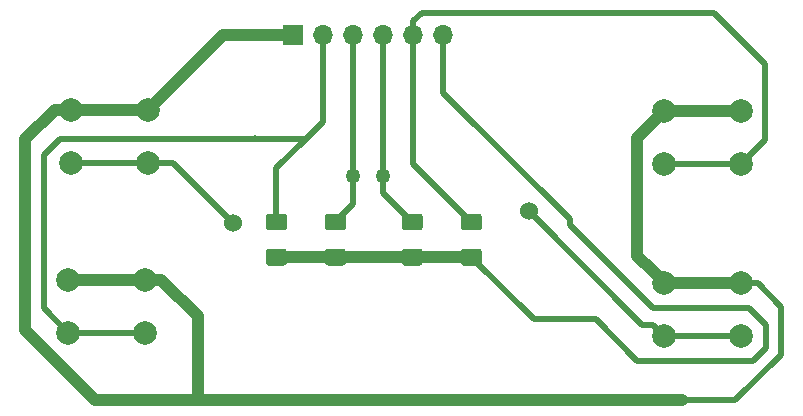
<source format=gbr>
G04 #@! TF.GenerationSoftware,KiCad,Pcbnew,5.0.0-fee4fd1~65~ubuntu18.04.1*
G04 #@! TF.CreationDate,2018-08-28T14:23:08-07:00*
G04 #@! TF.ProjectId,sumo_tank_control,73756D6F5F74616E6B5F636F6E74726F,rev?*
G04 #@! TF.SameCoordinates,Original*
G04 #@! TF.FileFunction,Copper,L1,Top,Signal*
G04 #@! TF.FilePolarity,Positive*
%FSLAX46Y46*%
G04 Gerber Fmt 4.6, Leading zero omitted, Abs format (unit mm)*
G04 Created by KiCad (PCBNEW 5.0.0-fee4fd1~65~ubuntu18.04.1) date Tue Aug 28 14:23:08 2018*
%MOMM*%
%LPD*%
G01*
G04 APERTURE LIST*
G04 #@! TA.AperFunction,ComponentPad*
%ADD10R,1.700000X1.700000*%
G04 #@! TD*
G04 #@! TA.AperFunction,ComponentPad*
%ADD11O,1.700000X1.700000*%
G04 #@! TD*
G04 #@! TA.AperFunction,Conductor*
%ADD12C,0.100000*%
G04 #@! TD*
G04 #@! TA.AperFunction,SMDPad,CuDef*
%ADD13C,1.425000*%
G04 #@! TD*
G04 #@! TA.AperFunction,ComponentPad*
%ADD14C,2.000000*%
G04 #@! TD*
G04 #@! TA.AperFunction,ViaPad*
%ADD15C,1.524000*%
G04 #@! TD*
G04 #@! TA.AperFunction,ViaPad*
%ADD16C,1.270000*%
G04 #@! TD*
G04 #@! TA.AperFunction,Conductor*
%ADD17C,1.000000*%
G04 #@! TD*
G04 #@! TA.AperFunction,Conductor*
%ADD18C,0.508000*%
G04 #@! TD*
G04 APERTURE END LIST*
D10*
G04 #@! TO.P,J1,1*
G04 #@! TO.N,GND*
X125080000Y-41100000D03*
D11*
G04 #@! TO.P,J1,2*
G04 #@! TO.N,/GPIO_3*
X127620000Y-41100000D03*
G04 #@! TO.P,J1,3*
G04 #@! TO.N,/GPIO_2*
X130160000Y-41100000D03*
G04 #@! TO.P,J1,4*
G04 #@! TO.N,/GPIO_1*
X132700000Y-41100000D03*
G04 #@! TO.P,J1,5*
G04 #@! TO.N,/GPIO_0*
X135240000Y-41100000D03*
G04 #@! TO.P,J1,6*
G04 #@! TO.N,+3V3*
X137780000Y-41100000D03*
G04 #@! TD*
D12*
G04 #@! TO.N,+3V3*
G04 #@! TO.C,R1*
G36*
X140799504Y-59176204D02*
X140823773Y-59179804D01*
X140847571Y-59185765D01*
X140870671Y-59194030D01*
X140892849Y-59204520D01*
X140913893Y-59217133D01*
X140933598Y-59231747D01*
X140951777Y-59248223D01*
X140968253Y-59266402D01*
X140982867Y-59286107D01*
X140995480Y-59307151D01*
X141005970Y-59329329D01*
X141014235Y-59352429D01*
X141020196Y-59376227D01*
X141023796Y-59400496D01*
X141025000Y-59425000D01*
X141025000Y-60350000D01*
X141023796Y-60374504D01*
X141020196Y-60398773D01*
X141014235Y-60422571D01*
X141005970Y-60445671D01*
X140995480Y-60467849D01*
X140982867Y-60488893D01*
X140968253Y-60508598D01*
X140951777Y-60526777D01*
X140933598Y-60543253D01*
X140913893Y-60557867D01*
X140892849Y-60570480D01*
X140870671Y-60580970D01*
X140847571Y-60589235D01*
X140823773Y-60595196D01*
X140799504Y-60598796D01*
X140775000Y-60600000D01*
X139525000Y-60600000D01*
X139500496Y-60598796D01*
X139476227Y-60595196D01*
X139452429Y-60589235D01*
X139429329Y-60580970D01*
X139407151Y-60570480D01*
X139386107Y-60557867D01*
X139366402Y-60543253D01*
X139348223Y-60526777D01*
X139331747Y-60508598D01*
X139317133Y-60488893D01*
X139304520Y-60467849D01*
X139294030Y-60445671D01*
X139285765Y-60422571D01*
X139279804Y-60398773D01*
X139276204Y-60374504D01*
X139275000Y-60350000D01*
X139275000Y-59425000D01*
X139276204Y-59400496D01*
X139279804Y-59376227D01*
X139285765Y-59352429D01*
X139294030Y-59329329D01*
X139304520Y-59307151D01*
X139317133Y-59286107D01*
X139331747Y-59266402D01*
X139348223Y-59248223D01*
X139366402Y-59231747D01*
X139386107Y-59217133D01*
X139407151Y-59204520D01*
X139429329Y-59194030D01*
X139452429Y-59185765D01*
X139476227Y-59179804D01*
X139500496Y-59176204D01*
X139525000Y-59175000D01*
X140775000Y-59175000D01*
X140799504Y-59176204D01*
X140799504Y-59176204D01*
G37*
D13*
G04 #@! TD*
G04 #@! TO.P,R1,1*
G04 #@! TO.N,+3V3*
X140150000Y-59887500D03*
D12*
G04 #@! TO.N,/GPIO_0*
G04 #@! TO.C,R1*
G36*
X140799504Y-56201204D02*
X140823773Y-56204804D01*
X140847571Y-56210765D01*
X140870671Y-56219030D01*
X140892849Y-56229520D01*
X140913893Y-56242133D01*
X140933598Y-56256747D01*
X140951777Y-56273223D01*
X140968253Y-56291402D01*
X140982867Y-56311107D01*
X140995480Y-56332151D01*
X141005970Y-56354329D01*
X141014235Y-56377429D01*
X141020196Y-56401227D01*
X141023796Y-56425496D01*
X141025000Y-56450000D01*
X141025000Y-57375000D01*
X141023796Y-57399504D01*
X141020196Y-57423773D01*
X141014235Y-57447571D01*
X141005970Y-57470671D01*
X140995480Y-57492849D01*
X140982867Y-57513893D01*
X140968253Y-57533598D01*
X140951777Y-57551777D01*
X140933598Y-57568253D01*
X140913893Y-57582867D01*
X140892849Y-57595480D01*
X140870671Y-57605970D01*
X140847571Y-57614235D01*
X140823773Y-57620196D01*
X140799504Y-57623796D01*
X140775000Y-57625000D01*
X139525000Y-57625000D01*
X139500496Y-57623796D01*
X139476227Y-57620196D01*
X139452429Y-57614235D01*
X139429329Y-57605970D01*
X139407151Y-57595480D01*
X139386107Y-57582867D01*
X139366402Y-57568253D01*
X139348223Y-57551777D01*
X139331747Y-57533598D01*
X139317133Y-57513893D01*
X139304520Y-57492849D01*
X139294030Y-57470671D01*
X139285765Y-57447571D01*
X139279804Y-57423773D01*
X139276204Y-57399504D01*
X139275000Y-57375000D01*
X139275000Y-56450000D01*
X139276204Y-56425496D01*
X139279804Y-56401227D01*
X139285765Y-56377429D01*
X139294030Y-56354329D01*
X139304520Y-56332151D01*
X139317133Y-56311107D01*
X139331747Y-56291402D01*
X139348223Y-56273223D01*
X139366402Y-56256747D01*
X139386107Y-56242133D01*
X139407151Y-56229520D01*
X139429329Y-56219030D01*
X139452429Y-56210765D01*
X139476227Y-56204804D01*
X139500496Y-56201204D01*
X139525000Y-56200000D01*
X140775000Y-56200000D01*
X140799504Y-56201204D01*
X140799504Y-56201204D01*
G37*
D13*
G04 #@! TD*
G04 #@! TO.P,R1,2*
G04 #@! TO.N,/GPIO_0*
X140150000Y-56912500D03*
D12*
G04 #@! TO.N,/GPIO_1*
G04 #@! TO.C,R2*
G36*
X135799504Y-56201204D02*
X135823773Y-56204804D01*
X135847571Y-56210765D01*
X135870671Y-56219030D01*
X135892849Y-56229520D01*
X135913893Y-56242133D01*
X135933598Y-56256747D01*
X135951777Y-56273223D01*
X135968253Y-56291402D01*
X135982867Y-56311107D01*
X135995480Y-56332151D01*
X136005970Y-56354329D01*
X136014235Y-56377429D01*
X136020196Y-56401227D01*
X136023796Y-56425496D01*
X136025000Y-56450000D01*
X136025000Y-57375000D01*
X136023796Y-57399504D01*
X136020196Y-57423773D01*
X136014235Y-57447571D01*
X136005970Y-57470671D01*
X135995480Y-57492849D01*
X135982867Y-57513893D01*
X135968253Y-57533598D01*
X135951777Y-57551777D01*
X135933598Y-57568253D01*
X135913893Y-57582867D01*
X135892849Y-57595480D01*
X135870671Y-57605970D01*
X135847571Y-57614235D01*
X135823773Y-57620196D01*
X135799504Y-57623796D01*
X135775000Y-57625000D01*
X134525000Y-57625000D01*
X134500496Y-57623796D01*
X134476227Y-57620196D01*
X134452429Y-57614235D01*
X134429329Y-57605970D01*
X134407151Y-57595480D01*
X134386107Y-57582867D01*
X134366402Y-57568253D01*
X134348223Y-57551777D01*
X134331747Y-57533598D01*
X134317133Y-57513893D01*
X134304520Y-57492849D01*
X134294030Y-57470671D01*
X134285765Y-57447571D01*
X134279804Y-57423773D01*
X134276204Y-57399504D01*
X134275000Y-57375000D01*
X134275000Y-56450000D01*
X134276204Y-56425496D01*
X134279804Y-56401227D01*
X134285765Y-56377429D01*
X134294030Y-56354329D01*
X134304520Y-56332151D01*
X134317133Y-56311107D01*
X134331747Y-56291402D01*
X134348223Y-56273223D01*
X134366402Y-56256747D01*
X134386107Y-56242133D01*
X134407151Y-56229520D01*
X134429329Y-56219030D01*
X134452429Y-56210765D01*
X134476227Y-56204804D01*
X134500496Y-56201204D01*
X134525000Y-56200000D01*
X135775000Y-56200000D01*
X135799504Y-56201204D01*
X135799504Y-56201204D01*
G37*
D13*
G04 #@! TD*
G04 #@! TO.P,R2,2*
G04 #@! TO.N,/GPIO_1*
X135150000Y-56912500D03*
D12*
G04 #@! TO.N,+3V3*
G04 #@! TO.C,R2*
G36*
X135799504Y-59176204D02*
X135823773Y-59179804D01*
X135847571Y-59185765D01*
X135870671Y-59194030D01*
X135892849Y-59204520D01*
X135913893Y-59217133D01*
X135933598Y-59231747D01*
X135951777Y-59248223D01*
X135968253Y-59266402D01*
X135982867Y-59286107D01*
X135995480Y-59307151D01*
X136005970Y-59329329D01*
X136014235Y-59352429D01*
X136020196Y-59376227D01*
X136023796Y-59400496D01*
X136025000Y-59425000D01*
X136025000Y-60350000D01*
X136023796Y-60374504D01*
X136020196Y-60398773D01*
X136014235Y-60422571D01*
X136005970Y-60445671D01*
X135995480Y-60467849D01*
X135982867Y-60488893D01*
X135968253Y-60508598D01*
X135951777Y-60526777D01*
X135933598Y-60543253D01*
X135913893Y-60557867D01*
X135892849Y-60570480D01*
X135870671Y-60580970D01*
X135847571Y-60589235D01*
X135823773Y-60595196D01*
X135799504Y-60598796D01*
X135775000Y-60600000D01*
X134525000Y-60600000D01*
X134500496Y-60598796D01*
X134476227Y-60595196D01*
X134452429Y-60589235D01*
X134429329Y-60580970D01*
X134407151Y-60570480D01*
X134386107Y-60557867D01*
X134366402Y-60543253D01*
X134348223Y-60526777D01*
X134331747Y-60508598D01*
X134317133Y-60488893D01*
X134304520Y-60467849D01*
X134294030Y-60445671D01*
X134285765Y-60422571D01*
X134279804Y-60398773D01*
X134276204Y-60374504D01*
X134275000Y-60350000D01*
X134275000Y-59425000D01*
X134276204Y-59400496D01*
X134279804Y-59376227D01*
X134285765Y-59352429D01*
X134294030Y-59329329D01*
X134304520Y-59307151D01*
X134317133Y-59286107D01*
X134331747Y-59266402D01*
X134348223Y-59248223D01*
X134366402Y-59231747D01*
X134386107Y-59217133D01*
X134407151Y-59204520D01*
X134429329Y-59194030D01*
X134452429Y-59185765D01*
X134476227Y-59179804D01*
X134500496Y-59176204D01*
X134525000Y-59175000D01*
X135775000Y-59175000D01*
X135799504Y-59176204D01*
X135799504Y-59176204D01*
G37*
D13*
G04 #@! TD*
G04 #@! TO.P,R2,1*
G04 #@! TO.N,+3V3*
X135150000Y-59887500D03*
D12*
G04 #@! TO.N,+3V3*
G04 #@! TO.C,R3*
G36*
X129299504Y-59176204D02*
X129323773Y-59179804D01*
X129347571Y-59185765D01*
X129370671Y-59194030D01*
X129392849Y-59204520D01*
X129413893Y-59217133D01*
X129433598Y-59231747D01*
X129451777Y-59248223D01*
X129468253Y-59266402D01*
X129482867Y-59286107D01*
X129495480Y-59307151D01*
X129505970Y-59329329D01*
X129514235Y-59352429D01*
X129520196Y-59376227D01*
X129523796Y-59400496D01*
X129525000Y-59425000D01*
X129525000Y-60350000D01*
X129523796Y-60374504D01*
X129520196Y-60398773D01*
X129514235Y-60422571D01*
X129505970Y-60445671D01*
X129495480Y-60467849D01*
X129482867Y-60488893D01*
X129468253Y-60508598D01*
X129451777Y-60526777D01*
X129433598Y-60543253D01*
X129413893Y-60557867D01*
X129392849Y-60570480D01*
X129370671Y-60580970D01*
X129347571Y-60589235D01*
X129323773Y-60595196D01*
X129299504Y-60598796D01*
X129275000Y-60600000D01*
X128025000Y-60600000D01*
X128000496Y-60598796D01*
X127976227Y-60595196D01*
X127952429Y-60589235D01*
X127929329Y-60580970D01*
X127907151Y-60570480D01*
X127886107Y-60557867D01*
X127866402Y-60543253D01*
X127848223Y-60526777D01*
X127831747Y-60508598D01*
X127817133Y-60488893D01*
X127804520Y-60467849D01*
X127794030Y-60445671D01*
X127785765Y-60422571D01*
X127779804Y-60398773D01*
X127776204Y-60374504D01*
X127775000Y-60350000D01*
X127775000Y-59425000D01*
X127776204Y-59400496D01*
X127779804Y-59376227D01*
X127785765Y-59352429D01*
X127794030Y-59329329D01*
X127804520Y-59307151D01*
X127817133Y-59286107D01*
X127831747Y-59266402D01*
X127848223Y-59248223D01*
X127866402Y-59231747D01*
X127886107Y-59217133D01*
X127907151Y-59204520D01*
X127929329Y-59194030D01*
X127952429Y-59185765D01*
X127976227Y-59179804D01*
X128000496Y-59176204D01*
X128025000Y-59175000D01*
X129275000Y-59175000D01*
X129299504Y-59176204D01*
X129299504Y-59176204D01*
G37*
D13*
G04 #@! TD*
G04 #@! TO.P,R3,1*
G04 #@! TO.N,+3V3*
X128650000Y-59887500D03*
D12*
G04 #@! TO.N,/GPIO_2*
G04 #@! TO.C,R3*
G36*
X129299504Y-56201204D02*
X129323773Y-56204804D01*
X129347571Y-56210765D01*
X129370671Y-56219030D01*
X129392849Y-56229520D01*
X129413893Y-56242133D01*
X129433598Y-56256747D01*
X129451777Y-56273223D01*
X129468253Y-56291402D01*
X129482867Y-56311107D01*
X129495480Y-56332151D01*
X129505970Y-56354329D01*
X129514235Y-56377429D01*
X129520196Y-56401227D01*
X129523796Y-56425496D01*
X129525000Y-56450000D01*
X129525000Y-57375000D01*
X129523796Y-57399504D01*
X129520196Y-57423773D01*
X129514235Y-57447571D01*
X129505970Y-57470671D01*
X129495480Y-57492849D01*
X129482867Y-57513893D01*
X129468253Y-57533598D01*
X129451777Y-57551777D01*
X129433598Y-57568253D01*
X129413893Y-57582867D01*
X129392849Y-57595480D01*
X129370671Y-57605970D01*
X129347571Y-57614235D01*
X129323773Y-57620196D01*
X129299504Y-57623796D01*
X129275000Y-57625000D01*
X128025000Y-57625000D01*
X128000496Y-57623796D01*
X127976227Y-57620196D01*
X127952429Y-57614235D01*
X127929329Y-57605970D01*
X127907151Y-57595480D01*
X127886107Y-57582867D01*
X127866402Y-57568253D01*
X127848223Y-57551777D01*
X127831747Y-57533598D01*
X127817133Y-57513893D01*
X127804520Y-57492849D01*
X127794030Y-57470671D01*
X127785765Y-57447571D01*
X127779804Y-57423773D01*
X127776204Y-57399504D01*
X127775000Y-57375000D01*
X127775000Y-56450000D01*
X127776204Y-56425496D01*
X127779804Y-56401227D01*
X127785765Y-56377429D01*
X127794030Y-56354329D01*
X127804520Y-56332151D01*
X127817133Y-56311107D01*
X127831747Y-56291402D01*
X127848223Y-56273223D01*
X127866402Y-56256747D01*
X127886107Y-56242133D01*
X127907151Y-56229520D01*
X127929329Y-56219030D01*
X127952429Y-56210765D01*
X127976227Y-56204804D01*
X128000496Y-56201204D01*
X128025000Y-56200000D01*
X129275000Y-56200000D01*
X129299504Y-56201204D01*
X129299504Y-56201204D01*
G37*
D13*
G04 #@! TD*
G04 #@! TO.P,R3,2*
G04 #@! TO.N,/GPIO_2*
X128650000Y-56912500D03*
D12*
G04 #@! TO.N,/GPIO_3*
G04 #@! TO.C,R4*
G36*
X124299504Y-56201204D02*
X124323773Y-56204804D01*
X124347571Y-56210765D01*
X124370671Y-56219030D01*
X124392849Y-56229520D01*
X124413893Y-56242133D01*
X124433598Y-56256747D01*
X124451777Y-56273223D01*
X124468253Y-56291402D01*
X124482867Y-56311107D01*
X124495480Y-56332151D01*
X124505970Y-56354329D01*
X124514235Y-56377429D01*
X124520196Y-56401227D01*
X124523796Y-56425496D01*
X124525000Y-56450000D01*
X124525000Y-57375000D01*
X124523796Y-57399504D01*
X124520196Y-57423773D01*
X124514235Y-57447571D01*
X124505970Y-57470671D01*
X124495480Y-57492849D01*
X124482867Y-57513893D01*
X124468253Y-57533598D01*
X124451777Y-57551777D01*
X124433598Y-57568253D01*
X124413893Y-57582867D01*
X124392849Y-57595480D01*
X124370671Y-57605970D01*
X124347571Y-57614235D01*
X124323773Y-57620196D01*
X124299504Y-57623796D01*
X124275000Y-57625000D01*
X123025000Y-57625000D01*
X123000496Y-57623796D01*
X122976227Y-57620196D01*
X122952429Y-57614235D01*
X122929329Y-57605970D01*
X122907151Y-57595480D01*
X122886107Y-57582867D01*
X122866402Y-57568253D01*
X122848223Y-57551777D01*
X122831747Y-57533598D01*
X122817133Y-57513893D01*
X122804520Y-57492849D01*
X122794030Y-57470671D01*
X122785765Y-57447571D01*
X122779804Y-57423773D01*
X122776204Y-57399504D01*
X122775000Y-57375000D01*
X122775000Y-56450000D01*
X122776204Y-56425496D01*
X122779804Y-56401227D01*
X122785765Y-56377429D01*
X122794030Y-56354329D01*
X122804520Y-56332151D01*
X122817133Y-56311107D01*
X122831747Y-56291402D01*
X122848223Y-56273223D01*
X122866402Y-56256747D01*
X122886107Y-56242133D01*
X122907151Y-56229520D01*
X122929329Y-56219030D01*
X122952429Y-56210765D01*
X122976227Y-56204804D01*
X123000496Y-56201204D01*
X123025000Y-56200000D01*
X124275000Y-56200000D01*
X124299504Y-56201204D01*
X124299504Y-56201204D01*
G37*
D13*
G04 #@! TD*
G04 #@! TO.P,R4,2*
G04 #@! TO.N,/GPIO_3*
X123650000Y-56912500D03*
D12*
G04 #@! TO.N,+3V3*
G04 #@! TO.C,R4*
G36*
X124299504Y-59176204D02*
X124323773Y-59179804D01*
X124347571Y-59185765D01*
X124370671Y-59194030D01*
X124392849Y-59204520D01*
X124413893Y-59217133D01*
X124433598Y-59231747D01*
X124451777Y-59248223D01*
X124468253Y-59266402D01*
X124482867Y-59286107D01*
X124495480Y-59307151D01*
X124505970Y-59329329D01*
X124514235Y-59352429D01*
X124520196Y-59376227D01*
X124523796Y-59400496D01*
X124525000Y-59425000D01*
X124525000Y-60350000D01*
X124523796Y-60374504D01*
X124520196Y-60398773D01*
X124514235Y-60422571D01*
X124505970Y-60445671D01*
X124495480Y-60467849D01*
X124482867Y-60488893D01*
X124468253Y-60508598D01*
X124451777Y-60526777D01*
X124433598Y-60543253D01*
X124413893Y-60557867D01*
X124392849Y-60570480D01*
X124370671Y-60580970D01*
X124347571Y-60589235D01*
X124323773Y-60595196D01*
X124299504Y-60598796D01*
X124275000Y-60600000D01*
X123025000Y-60600000D01*
X123000496Y-60598796D01*
X122976227Y-60595196D01*
X122952429Y-60589235D01*
X122929329Y-60580970D01*
X122907151Y-60570480D01*
X122886107Y-60557867D01*
X122866402Y-60543253D01*
X122848223Y-60526777D01*
X122831747Y-60508598D01*
X122817133Y-60488893D01*
X122804520Y-60467849D01*
X122794030Y-60445671D01*
X122785765Y-60422571D01*
X122779804Y-60398773D01*
X122776204Y-60374504D01*
X122775000Y-60350000D01*
X122775000Y-59425000D01*
X122776204Y-59400496D01*
X122779804Y-59376227D01*
X122785765Y-59352429D01*
X122794030Y-59329329D01*
X122804520Y-59307151D01*
X122817133Y-59286107D01*
X122831747Y-59266402D01*
X122848223Y-59248223D01*
X122866402Y-59231747D01*
X122886107Y-59217133D01*
X122907151Y-59204520D01*
X122929329Y-59194030D01*
X122952429Y-59185765D01*
X122976227Y-59179804D01*
X123000496Y-59176204D01*
X123025000Y-59175000D01*
X124275000Y-59175000D01*
X124299504Y-59176204D01*
X124299504Y-59176204D01*
G37*
D13*
G04 #@! TD*
G04 #@! TO.P,R4,1*
G04 #@! TO.N,+3V3*
X123650000Y-59887500D03*
D14*
G04 #@! TO.P,SW1,2*
G04 #@! TO.N,/GPIO_0*
X156500000Y-52000000D03*
G04 #@! TO.P,SW1,1*
G04 #@! TO.N,GND*
X156500000Y-47500000D03*
G04 #@! TO.P,SW1,2*
G04 #@! TO.N,/GPIO_0*
X163000000Y-52000000D03*
G04 #@! TO.P,SW1,1*
G04 #@! TO.N,GND*
X163000000Y-47500000D03*
G04 #@! TD*
G04 #@! TO.P,SW2,1*
G04 #@! TO.N,GND*
X163000000Y-62100000D03*
G04 #@! TO.P,SW2,2*
G04 #@! TO.N,/GPIO_1*
X163000000Y-66600000D03*
G04 #@! TO.P,SW2,1*
G04 #@! TO.N,GND*
X156500000Y-62100000D03*
G04 #@! TO.P,SW2,2*
G04 #@! TO.N,/GPIO_1*
X156500000Y-66600000D03*
G04 #@! TD*
G04 #@! TO.P,SW3,2*
G04 #@! TO.N,/GPIO_2*
X106300000Y-51900000D03*
G04 #@! TO.P,SW3,1*
G04 #@! TO.N,GND*
X106300000Y-47400000D03*
G04 #@! TO.P,SW3,2*
G04 #@! TO.N,/GPIO_2*
X112800000Y-51900000D03*
G04 #@! TO.P,SW3,1*
G04 #@! TO.N,GND*
X112800000Y-47400000D03*
G04 #@! TD*
G04 #@! TO.P,SW4,1*
G04 #@! TO.N,GND*
X112500000Y-61800000D03*
G04 #@! TO.P,SW4,2*
G04 #@! TO.N,/GPIO_3*
X112500000Y-66300000D03*
G04 #@! TO.P,SW4,1*
G04 #@! TO.N,GND*
X106000000Y-61800000D03*
G04 #@! TO.P,SW4,2*
G04 #@! TO.N,/GPIO_3*
X106000000Y-66300000D03*
G04 #@! TD*
D15*
G04 #@! TO.N,/GPIO_2*
X120000000Y-57000000D03*
D16*
X130150000Y-53000000D03*
D15*
G04 #@! TO.N,/GPIO_1*
X145000000Y-56000000D03*
D16*
X132700000Y-53000000D03*
G04 #@! TD*
D17*
G04 #@! TO.N,GND*
X106300000Y-47400000D02*
X112800000Y-47400000D01*
X106000000Y-61800000D02*
X112500000Y-61800000D01*
X156500000Y-47500000D02*
X163000000Y-47500000D01*
X156500000Y-62100000D02*
X163000000Y-62100000D01*
X119100000Y-41100000D02*
X125080000Y-41100000D01*
X112800000Y-47400000D02*
X119100000Y-41100000D01*
X117000000Y-64885787D02*
X117000000Y-72000000D01*
X157969358Y-72000000D02*
X117000000Y-72000000D01*
X113914213Y-61800000D02*
X117000000Y-64885787D01*
X112500000Y-61800000D02*
X113914213Y-61800000D01*
X117000000Y-72000000D02*
X108277045Y-72000000D01*
D18*
X164414213Y-62100000D02*
X166387611Y-64073398D01*
X163000000Y-62100000D02*
X164414213Y-62100000D01*
D17*
X104885787Y-47400000D02*
X106300000Y-47400000D01*
X102366389Y-49919398D02*
X104885787Y-47400000D01*
X102366389Y-66089344D02*
X102366389Y-49919398D01*
X108277045Y-72000000D02*
X102366389Y-66089344D01*
X154187199Y-59787199D02*
X155500001Y-61100001D01*
X156500000Y-47500000D02*
X154187199Y-49812801D01*
X155500001Y-61100001D02*
X156500000Y-62100000D01*
X154187199Y-49812801D02*
X154187199Y-59787199D01*
D18*
X162499832Y-72000000D02*
X166360670Y-68139162D01*
X157969358Y-72000000D02*
X162499832Y-72000000D01*
X166387611Y-64073398D02*
X166377240Y-68139162D01*
X166360670Y-68139162D02*
X166377240Y-68139162D01*
X166377240Y-68139162D02*
X166387611Y-68139162D01*
G04 #@! TO.N,/GPIO_3*
X112500000Y-66300000D02*
X106000000Y-66300000D01*
X127620000Y-42302081D02*
X127600000Y-42322081D01*
X127620000Y-41100000D02*
X127620000Y-42302081D01*
X127600000Y-42322081D02*
X127600000Y-48412500D01*
X103933199Y-64233199D02*
X103933199Y-51207935D01*
X106000000Y-66300000D02*
X103933199Y-64233199D01*
X121801649Y-49852249D02*
X121820699Y-49833199D01*
X105288885Y-49852249D02*
X121801649Y-49852249D01*
X103933199Y-51207935D02*
X105288885Y-49852249D01*
X121801649Y-49852249D02*
X126160251Y-49852249D01*
X126160251Y-49852249D02*
X126147751Y-49852249D01*
X126160251Y-49852249D02*
X127600000Y-48412500D01*
X123650000Y-52362500D02*
X126160251Y-49852249D01*
X123650000Y-56912500D02*
X123650000Y-52362500D01*
G04 #@! TO.N,/GPIO_2*
X106300000Y-51900000D02*
X112800000Y-51900000D01*
X112800000Y-51900000D02*
X114900000Y-51900000D01*
X114900000Y-51900000D02*
X120000000Y-57000000D01*
X120000000Y-57000000D02*
X120000000Y-57000000D01*
X130150000Y-55412500D02*
X128650000Y-56912500D01*
X130150000Y-42312081D02*
X130150000Y-53000000D01*
X130160000Y-41100000D02*
X130160000Y-42302081D01*
X130160000Y-42302081D02*
X130150000Y-42312081D01*
X130150000Y-53000000D02*
X130150000Y-55412500D01*
G04 #@! TO.N,/GPIO_1*
X156500000Y-66600000D02*
X163000000Y-66600000D01*
X156500000Y-66600000D02*
X156100000Y-66600000D01*
X132700000Y-54462500D02*
X135150000Y-56912500D01*
X132700000Y-41100000D02*
X132700000Y-53000000D01*
X132700000Y-53000000D02*
X132700000Y-54462500D01*
X155500001Y-65600001D02*
X156500000Y-66600000D01*
X154600001Y-65600001D02*
X155500001Y-65600001D01*
X145000000Y-56000000D02*
X154600001Y-65600001D01*
G04 #@! TO.N,/GPIO_0*
X156500000Y-52000000D02*
X163000000Y-52000000D01*
X135240000Y-52002500D02*
X140150000Y-56912500D01*
X135240000Y-41100000D02*
X135240000Y-52002500D01*
X135240000Y-41100000D02*
X135240000Y-39897919D01*
X135240000Y-39897919D02*
X135954720Y-39183199D01*
X163999999Y-51000001D02*
X163000000Y-52000000D01*
X135954720Y-39183199D02*
X160683199Y-39183199D01*
X160683199Y-39183199D02*
X165047751Y-43547751D01*
X165047751Y-43547751D02*
X165047751Y-49952249D01*
X165047751Y-49952249D02*
X163999999Y-51000001D01*
D17*
G04 #@! TO.N,+3V3*
X135150000Y-59887500D02*
X140150000Y-59887500D01*
X128650000Y-59887500D02*
X135150000Y-59887500D01*
X123650000Y-59887500D02*
X128650000Y-59887500D01*
D18*
X137780000Y-45980000D02*
X137780000Y-41100000D01*
X163625667Y-64166801D02*
X155536129Y-64166801D01*
X165066801Y-67592065D02*
X165066801Y-65607935D01*
X145429301Y-65166801D02*
X150679301Y-65166801D01*
X150679301Y-65166801D02*
X154160251Y-68647751D01*
X163973015Y-68647751D02*
X163992065Y-68666801D01*
X154160251Y-68647751D02*
X163973015Y-68647751D01*
X165066801Y-65607935D02*
X163625667Y-64166801D01*
X140150000Y-59887500D02*
X145429301Y-65166801D01*
X163992065Y-68666801D02*
X165066801Y-67592065D01*
X148500000Y-56700000D02*
X137780000Y-45980000D01*
X148500000Y-57130672D02*
X148500000Y-56700000D01*
X155536129Y-64166801D02*
X148500000Y-57130672D01*
G04 #@! TD*
M02*

</source>
